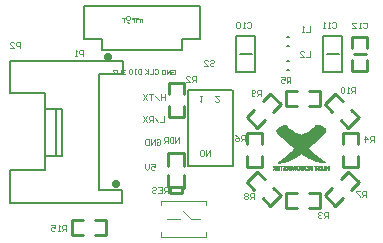
<source format=gbo>
G04*
G04 #@! TF.GenerationSoftware,Altium Limited,Altium Designer,20.0.2 (26)*
G04*
G04 Layer_Color=32896*
%FSLAX25Y25*%
%MOIN*%
G70*
G01*
G75*
%ADD10C,0.00787*%
%ADD13C,0.01000*%
%ADD16C,0.00394*%
%ADD58C,0.02756*%
%ADD59C,0.00500*%
%ADD60C,0.00050*%
D10*
X96287Y67476D02*
X97075D01*
X96287Y64524D02*
X97075D01*
X96287Y56524D02*
X97075D01*
X96287Y59476D02*
X97075D01*
X108382Y67905D02*
X114681D01*
X108382Y56094D02*
Y67905D01*
Y56094D02*
X114681D01*
Y67905D01*
X109563Y62000D02*
X113500D01*
X79382Y67905D02*
X85681D01*
X79382Y56094D02*
Y67905D01*
Y56094D02*
X85681D01*
Y67905D01*
X80563Y62000D02*
X84500D01*
D13*
X61932Y41100D02*
Y44700D01*
X56932Y41100D02*
X61932D01*
X56932D02*
Y44700D01*
Y48700D02*
Y52300D01*
X61932Y48700D02*
Y52300D01*
X56932D02*
X61932D01*
X61132Y16800D02*
X61932Y17600D01*
X61132Y15700D02*
Y16800D01*
X56532Y17600D02*
X57231Y16900D01*
Y15700D02*
Y16900D01*
Y15700D02*
X61132D01*
X56532Y17600D02*
X61932D01*
X56532D02*
Y21800D01*
Y24600D02*
Y29000D01*
X61932D01*
Y24800D02*
Y29000D01*
Y17600D02*
Y21800D01*
X24732Y1500D02*
X28332D01*
X24732D02*
Y6500D01*
X28332D01*
X32331D02*
X35932D01*
X32331Y1500D02*
X35932D01*
Y6500D01*
X82804Y19192D02*
X85350Y16646D01*
X82804Y19192D02*
X86339Y22728D01*
X88885Y20182D01*
X91714Y17354D02*
X94259Y14808D01*
X88178Y13818D02*
X90724Y11272D01*
X94259Y14808D01*
X103575Y15492D02*
X107175D01*
Y10492D02*
Y15492D01*
X103575Y10492D02*
X107175D01*
X95975D02*
X99575D01*
X95975Y15492D02*
X99575D01*
X95975Y10492D02*
Y15492D01*
X112339Y11272D02*
X114885Y13818D01*
X108804Y14808D02*
X112339Y11272D01*
X108804Y14808D02*
X111349Y17354D01*
X114178Y20182D02*
X116724Y22728D01*
X117713Y16646D02*
X120259Y19192D01*
X116724Y22728D02*
X120259Y19192D01*
X117713Y43354D02*
X120259Y40808D01*
X116724Y37272D02*
X120259Y40808D01*
X114178Y39818D02*
X116724Y37272D01*
X108804Y45192D02*
X111349Y42646D01*
X112339Y48728D02*
X114885Y46182D01*
X108804Y45192D02*
X112339Y48728D01*
X115032Y32000D02*
Y35600D01*
X120031D01*
Y32000D02*
Y35600D01*
Y24400D02*
Y28000D01*
X115032Y24400D02*
Y28000D01*
Y24400D02*
X120031D01*
X88178Y46182D02*
X90724Y48728D01*
X94259Y45192D01*
X91714Y42646D02*
X94259Y45192D01*
X86339Y37272D02*
X88885Y39818D01*
X82804Y40808D02*
X85350Y43354D01*
X82804Y40808D02*
X86339Y37272D01*
X88032Y24400D02*
Y28000D01*
X83031Y24400D02*
X88032D01*
X83031D02*
Y28000D01*
Y32000D02*
Y35600D01*
X88032Y32000D02*
Y35600D01*
X83031D02*
X88032D01*
X95975Y44744D02*
X99575D01*
X95975D02*
Y49744D01*
X99575D01*
X103575D02*
X107175D01*
X103575Y44744D02*
X107175D01*
Y49744D01*
X118532Y62000D02*
X122531D01*
X123031Y64000D02*
Y67600D01*
X118032D02*
X123031D01*
X118032Y64000D02*
Y67600D01*
Y56400D02*
Y60000D01*
Y56400D02*
X123031D01*
Y60000D01*
D16*
X69131Y1100D02*
Y2600D01*
X54132Y1100D02*
Y2600D01*
Y1100D02*
X69131D01*
X54132Y11600D02*
Y13100D01*
X69131D01*
Y11600D02*
Y13100D01*
X64131Y7100D02*
X67132D01*
X61632Y9600D02*
X64131Y7100D01*
X56132D02*
X60632D01*
X41399Y73947D02*
X42055D01*
Y72635D01*
X42711Y73947D02*
X42055D01*
X43039Y74603D02*
X43695D01*
X44023Y74275D01*
Y73619D01*
X43695Y73291D01*
X43039D01*
X42711Y73619D01*
Y74275D01*
X43039Y74603D01*
Y72635D02*
X43695Y72307D01*
X44679Y73947D02*
X46647D01*
X45335Y72635D02*
Y73619D01*
X44679D01*
X45991Y72635D02*
Y73619D01*
X46647D01*
X47959D01*
Y72635D01*
X47303Y73619D02*
Y72635D01*
X55406Y41162D02*
Y39194D01*
X54094D01*
X53438D02*
X52126Y40506D01*
X51471Y39194D02*
Y41162D01*
X50487D01*
X50159Y40834D01*
Y40178D01*
X50487Y39850D01*
X51471D01*
X50815D02*
X50159Y39194D01*
X49503Y41162D02*
X48191Y39194D01*
Y41162D02*
X49503Y39194D01*
X42406Y56506D02*
X42144Y56768D01*
X41619D01*
X41357Y56506D01*
Y56243D01*
X41619Y55981D01*
X41881D01*
X41619D01*
X41357Y55718D01*
Y55456D01*
X41619Y55194D01*
X42144D01*
X42406Y55456D01*
X40832Y56768D02*
Y55718D01*
X40307Y55194D01*
X39783Y55718D01*
Y56768D01*
X39258Y56506D02*
X38995Y56768D01*
X38471D01*
X38208Y56506D01*
Y56243D01*
X38471Y55981D01*
X38733D01*
X38471D01*
X38208Y55718D01*
Y55456D01*
X38471Y55194D01*
X38995D01*
X39258Y55456D01*
X52794Y33334D02*
X53122Y33662D01*
X53778D01*
X54106Y33334D01*
Y32022D01*
X53778Y31694D01*
X53122D01*
X52794Y32022D01*
Y32678D01*
X53450D01*
X52138Y31694D02*
Y33662D01*
X50827Y31694D01*
Y33662D01*
X50171D02*
Y31694D01*
X49187D01*
X48859Y32022D01*
Y33334D01*
X49187Y33662D01*
X50171D01*
X50994Y25162D02*
X52306D01*
Y24178D01*
X51650Y24506D01*
X51322D01*
X50994Y24178D01*
Y23522D01*
X51322Y23194D01*
X51978D01*
X52306Y23522D01*
X50338Y25162D02*
Y23850D01*
X49683Y23194D01*
X49027Y23850D01*
Y25162D01*
X57757Y56506D02*
X58019Y56768D01*
X58544D01*
X58806Y56506D01*
Y55456D01*
X58544Y55194D01*
X58019D01*
X57757Y55456D01*
Y55981D01*
X58281D01*
X57232Y55194D02*
Y56768D01*
X56182Y55194D01*
Y56768D01*
X55658D02*
Y55194D01*
X54871D01*
X54608Y55456D01*
Y56506D01*
X54871Y56768D01*
X55658D01*
X47606Y56868D02*
Y55294D01*
X46819D01*
X46557Y55556D01*
Y56606D01*
X46819Y56868D01*
X47606D01*
X46032D02*
X45507D01*
X45770D01*
Y55294D01*
X46032D01*
X45507D01*
X43933Y56868D02*
X44458D01*
X44720Y56606D01*
Y55556D01*
X44458Y55294D01*
X43933D01*
X43671Y55556D01*
Y56606D01*
X43933Y56868D01*
X52157Y56606D02*
X52419Y56868D01*
X52944D01*
X53206Y56606D01*
Y55556D01*
X52944Y55294D01*
X52419D01*
X52157Y55556D01*
X51632Y56868D02*
Y55294D01*
X50582D01*
X50058Y56868D02*
Y55294D01*
Y55818D01*
X49008Y56868D01*
X49795Y56081D01*
X49008Y55294D01*
X55606Y48662D02*
Y46694D01*
Y47678D01*
X54294D01*
Y48662D01*
Y46694D01*
X53638D02*
X52327Y48006D01*
X51671Y48662D02*
X50359D01*
X51015D01*
Y46694D01*
X49703Y48662D02*
X48391Y46694D01*
Y48662D02*
X49703Y46694D01*
X68215Y27932D02*
X67559D01*
X67232Y28260D01*
Y29572D01*
X67559Y29900D01*
X68215D01*
X68543Y29572D01*
Y28260D01*
X68215Y27932D01*
X69199Y29900D02*
Y27932D01*
X70511Y29900D01*
Y27932D01*
X73543Y47900D02*
X72232D01*
X73543Y46588D01*
Y46260D01*
X73215Y45932D01*
X72559D01*
X72232Y46260D01*
X67232Y47900D02*
X67888D01*
X67559D01*
Y45932D01*
X67232Y46260D01*
X111320Y72340D02*
X111648Y72668D01*
X112303D01*
X112631Y72340D01*
Y71028D01*
X112303Y70700D01*
X111648D01*
X111320Y71028D01*
X110664Y70700D02*
X110008D01*
X110336D01*
Y72668D01*
X110664Y72340D01*
X109024Y70700D02*
X108368D01*
X108696D01*
Y72668D01*
X109024Y72340D01*
X83020D02*
X83348Y72668D01*
X84004D01*
X84332Y72340D01*
Y71028D01*
X84004Y70700D01*
X83348D01*
X83020Y71028D01*
X82364Y70700D02*
X81708D01*
X82036D01*
Y72668D01*
X82364Y72340D01*
X80724D02*
X80396Y72668D01*
X79740D01*
X79412Y72340D01*
Y71028D01*
X79740Y70700D01*
X80396D01*
X80724Y71028D01*
Y72340D01*
X22660Y2916D02*
Y4884D01*
X21676D01*
X21348Y4556D01*
Y3900D01*
X21676Y3572D01*
X22660D01*
X22004D02*
X21348Y2916D01*
X20692D02*
X20036D01*
X20364D01*
Y4884D01*
X20692Y4556D01*
X17740Y4884D02*
X19052D01*
Y3900D01*
X18396Y4228D01*
X18068D01*
X17740Y3900D01*
Y3244D01*
X18068Y2916D01*
X18724D01*
X19052Y3244D01*
X7332Y64000D02*
Y65968D01*
X6348D01*
X6020Y65640D01*
Y64984D01*
X6348Y64656D01*
X7332D01*
X4052Y64000D02*
X5364D01*
X4052Y65312D01*
Y65640D01*
X4380Y65968D01*
X5036D01*
X5364Y65640D01*
X70628Y59556D02*
X70956Y59884D01*
X71612D01*
X71940Y59556D01*
Y59228D01*
X71612Y58900D01*
X70956D01*
X70628Y58572D01*
Y58244D01*
X70956Y57916D01*
X71612D01*
X71940Y58244D01*
X68660Y57916D02*
X69972D01*
X68660Y59228D01*
Y59556D01*
X68988Y59884D01*
X69644D01*
X69972Y59556D01*
X56631Y15700D02*
Y17668D01*
X55648D01*
X55320Y17340D01*
Y16684D01*
X55648Y16356D01*
X56631D01*
X55976D02*
X55320Y15700D01*
X53352Y17668D02*
X54664D01*
Y15700D01*
X53352D01*
X54664Y16684D02*
X54008D01*
X51384Y17340D02*
X51712Y17668D01*
X52368D01*
X52696Y17340D01*
Y17012D01*
X52368Y16684D01*
X51712D01*
X51384Y16356D01*
Y16028D01*
X51712Y15700D01*
X52368D01*
X52696Y16028D01*
X119060Y49116D02*
Y51084D01*
X118076D01*
X117748Y50756D01*
Y50100D01*
X118076Y49772D01*
X119060D01*
X118404D02*
X117748Y49116D01*
X117092D02*
X116436D01*
X116764D01*
Y51084D01*
X117092Y50756D01*
X115452D02*
X115124Y51084D01*
X114468D01*
X114140Y50756D01*
Y49444D01*
X114468Y49116D01*
X115124D01*
X115452Y49444D01*
Y50756D01*
X87740Y48016D02*
Y49984D01*
X86756D01*
X86428Y49656D01*
Y49000D01*
X86756Y48672D01*
X87740D01*
X87084D02*
X86428Y48016D01*
X85772Y48344D02*
X85444Y48016D01*
X84788D01*
X84460Y48344D01*
Y49656D01*
X84788Y49984D01*
X85444D01*
X85772Y49656D01*
Y49328D01*
X85444Y49000D01*
X84460D01*
X85240Y13516D02*
Y15484D01*
X84256D01*
X83928Y15156D01*
Y14500D01*
X84256Y14172D01*
X85240D01*
X84584D02*
X83928Y13516D01*
X83272Y15156D02*
X82944Y15484D01*
X82288D01*
X81960Y15156D01*
Y14828D01*
X82288Y14500D01*
X81960Y14172D01*
Y13844D01*
X82288Y13516D01*
X82944D01*
X83272Y13844D01*
Y14172D01*
X82944Y14500D01*
X83272Y14828D01*
Y15156D01*
X82944Y14500D02*
X82288D01*
X122640Y14316D02*
Y16284D01*
X121656D01*
X121328Y15956D01*
Y15300D01*
X121656Y14972D01*
X122640D01*
X121984D02*
X121328Y14316D01*
X120672Y16284D02*
X119360D01*
Y15956D01*
X120672Y14644D01*
Y14316D01*
X82140Y33116D02*
Y35084D01*
X81156D01*
X80828Y34756D01*
Y34100D01*
X81156Y33772D01*
X82140D01*
X81484D02*
X80828Y33116D01*
X78860Y35084D02*
X79516Y34756D01*
X80172Y34100D01*
Y33444D01*
X79844Y33116D01*
X79188D01*
X78860Y33444D01*
Y33772D01*
X79188Y34100D01*
X80172D01*
X97440Y52416D02*
Y54384D01*
X96456D01*
X96128Y54056D01*
Y53400D01*
X96456Y53072D01*
X97440D01*
X96784D02*
X96128Y52416D01*
X94160Y54384D02*
X95472D01*
Y53400D01*
X94816Y53728D01*
X94488D01*
X94160Y53400D01*
Y52744D01*
X94488Y52416D01*
X95144D01*
X95472Y52744D01*
X125240Y32716D02*
Y34684D01*
X124256D01*
X123928Y34356D01*
Y33700D01*
X124256Y33372D01*
X125240D01*
X124584D02*
X123928Y32716D01*
X122288D02*
Y34684D01*
X123272Y33700D01*
X121960D01*
X110040Y7316D02*
Y9284D01*
X109056D01*
X108728Y8956D01*
Y8300D01*
X109056Y7972D01*
X110040D01*
X109384D02*
X108728Y7316D01*
X108072Y8956D02*
X107744Y9284D01*
X107088D01*
X106760Y8956D01*
Y8628D01*
X107088Y8300D01*
X107416D01*
X107088D01*
X106760Y7972D01*
Y7644D01*
X107088Y7316D01*
X107744D01*
X108072Y7644D01*
X66040Y52616D02*
Y54584D01*
X65056D01*
X64728Y54256D01*
Y53600D01*
X65056Y53272D01*
X66040D01*
X65384D02*
X64728Y52616D01*
X62760D02*
X64072D01*
X62760Y53928D01*
Y54256D01*
X63088Y54584D01*
X63744D01*
X64072Y54256D01*
X28412Y61316D02*
Y63284D01*
X27428D01*
X27100Y62956D01*
Y62300D01*
X27428Y61972D01*
X28412D01*
X26444Y61316D02*
X25788D01*
X26116D01*
Y63284D01*
X26444Y62956D01*
X60424Y32316D02*
Y34284D01*
X59112Y32316D01*
Y34284D01*
X57472D02*
X58128D01*
X58456Y33956D01*
Y32644D01*
X58128Y32316D01*
X57472D01*
X57144Y32644D01*
Y33956D01*
X57472Y34284D01*
X56488Y32316D02*
Y34284D01*
X55504D01*
X55176Y33956D01*
Y33300D01*
X55504Y32972D01*
X56488D01*
X55832D02*
X55176Y32316D01*
X103940Y62884D02*
Y60916D01*
X102628D01*
X100660D02*
X101972D01*
X100660Y62228D01*
Y62556D01*
X100988Y62884D01*
X101644D01*
X101972Y62556D01*
X103912Y71384D02*
Y69416D01*
X102600D01*
X101944D02*
X101288D01*
X101616D01*
Y71384D01*
X101944Y71056D01*
X121520Y72140D02*
X121848Y72468D01*
X122503D01*
X122831Y72140D01*
Y70828D01*
X122503Y70500D01*
X121848D01*
X121520Y70828D01*
X120864Y70500D02*
X120208D01*
X120536D01*
Y72468D01*
X120864Y72140D01*
X117912Y70500D02*
X119224D01*
X117912Y71812D01*
Y72140D01*
X118240Y72468D01*
X118896D01*
X119224Y72140D01*
D58*
X36675Y60922D02*
D03*
X39160Y18676D02*
D03*
D59*
X48092Y63186D02*
X61439D01*
Y66828D01*
X67443D01*
Y77851D01*
X48092D02*
X67443D01*
X28742D02*
X48092D01*
X28742Y66828D02*
Y77851D01*
Y66828D02*
X34746D01*
Y63186D02*
Y66828D01*
Y63186D02*
X48092D01*
X78232Y24800D02*
Y49900D01*
X63231Y24800D02*
X78232D01*
X63231Y24900D02*
Y49900D01*
X78074D01*
X19422Y27953D02*
Y43253D01*
X21322Y27953D02*
Y43553D01*
X19422Y27953D02*
X21322D01*
X15522D02*
X19322D01*
X15522Y33753D02*
Y48833D01*
Y23243D02*
Y33753D01*
X3922Y48833D02*
Y59660D01*
X4022Y12416D02*
Y23243D01*
X3922Y48833D02*
X15522D01*
X4022Y23243D02*
X15522D01*
X3922Y59660D02*
X41624D01*
Y55329D02*
Y59660D01*
X33522Y55329D02*
X41624D01*
X33522Y16747D02*
X41424D01*
Y12416D02*
Y16747D01*
X33522D02*
Y55329D01*
X4022Y12416D02*
X41424D01*
X15922Y43553D02*
X21322D01*
D60*
X106000Y38400D02*
X106300D01*
X105800Y38350D02*
X106600D01*
X105700Y38300D02*
X106800D01*
X105700Y38250D02*
X106950D01*
X95300D02*
X95950D01*
X105650Y38200D02*
X107050D01*
X95100D02*
X96050D01*
X105650Y38150D02*
X107200D01*
X94950D02*
X96100D01*
X105600Y38100D02*
X107300D01*
X94800D02*
X96100D01*
X105600Y38050D02*
X107400D01*
X94700D02*
X96150D01*
X105550Y38000D02*
X107500D01*
X94550D02*
X96150D01*
X105550Y37950D02*
X107600D01*
X94450D02*
X96200D01*
X105500Y37900D02*
X107700D01*
X94350D02*
X96200D01*
X105500Y37850D02*
X107800D01*
X94250D02*
X96250D01*
X105450Y37800D02*
X107900D01*
X94150D02*
X96250D01*
X105450Y37750D02*
X107950D01*
X94100D02*
X96300D01*
X105400Y37700D02*
X108050D01*
X94000D02*
X96300D01*
X105400Y37650D02*
X108150D01*
X93900D02*
X96350D01*
X105350Y37600D02*
X108200D01*
X93800D02*
X96350D01*
X105350Y37550D02*
X108300D01*
X93750D02*
X96400D01*
X105300Y37500D02*
X108350D01*
X93650D02*
X96400D01*
X105300Y37450D02*
X108450D01*
X93600D02*
X96450D01*
X105250Y37400D02*
X108550D01*
X93500D02*
X96450D01*
X105250Y37350D02*
X108600D01*
X93450D02*
X96500D01*
X105200Y37300D02*
X108650D01*
X93350D02*
X96550D01*
X105200Y37250D02*
X108750D01*
X93300D02*
X96550D01*
X105150Y37200D02*
X108850D01*
X93200D02*
X96600D01*
X105100Y37150D02*
X108900D01*
X104600D02*
X104650D01*
X93150D02*
X96600D01*
X105100Y37100D02*
X108950D01*
X104550D02*
X104650D01*
X97100D02*
X97150D01*
X93100D02*
X96650D01*
X105050Y37050D02*
X108950D01*
X104500D02*
X104650D01*
X97150D02*
X97200D01*
X93000D02*
X96650D01*
X105050Y37000D02*
X109000D01*
X104450D02*
X104600D01*
X97150D02*
X97250D01*
X92950D02*
X96700D01*
X105000Y36950D02*
X109000D01*
X104400D02*
X104600D01*
X97200D02*
X97300D01*
X92900D02*
X96750D01*
X105000Y36900D02*
X109050D01*
X104350D02*
X104550D01*
X97200D02*
X97350D01*
X92850D02*
X96750D01*
X104950Y36850D02*
X109050D01*
X104300D02*
X104550D01*
X97200D02*
X97400D01*
X92800D02*
X96800D01*
X104900Y36800D02*
X109050D01*
X104250D02*
X104550D01*
X97250D02*
X97450D01*
X92800D02*
X96850D01*
X104900Y36750D02*
X109050D01*
X104200D02*
X104500D01*
X97250D02*
X97500D01*
X92800D02*
X96850D01*
X104850Y36700D02*
X109050D01*
X104150D02*
X104500D01*
X97300D02*
X97550D01*
X92750D02*
X96900D01*
X104800Y36650D02*
X109050D01*
X104100D02*
X104500D01*
X97300D02*
X97600D01*
X92750D02*
X96950D01*
X104800Y36600D02*
X109050D01*
X104050D02*
X104450D01*
X97300D02*
X97650D01*
X92750D02*
X96950D01*
X104750Y36550D02*
X109050D01*
X104000D02*
X104450D01*
X97350D02*
X97700D01*
X92750D02*
X97000D01*
X104700Y36500D02*
X109000D01*
X103950D02*
X104400D01*
X97350D02*
X97800D01*
X92750D02*
X97050D01*
X104700Y36450D02*
X109000D01*
X103900D02*
X104400D01*
X97400D02*
X97850D01*
X92750D02*
X97050D01*
X104650Y36400D02*
X109000D01*
X103850D02*
X104400D01*
X97400D02*
X97900D01*
X92750D02*
X97100D01*
X104600Y36350D02*
X108950D01*
X103800D02*
X104350D01*
X97400D02*
X97950D01*
X92800D02*
X97150D01*
X104600Y36300D02*
X108950D01*
X103700D02*
X104350D01*
X97450D02*
X98000D01*
X92800D02*
X97150D01*
X104550Y36250D02*
X108900D01*
X103650D02*
X104300D01*
X97450D02*
X98100D01*
X92800D02*
X97200D01*
X104500Y36200D02*
X108900D01*
X103600D02*
X104300D01*
X97500D02*
X98150D01*
X92850D02*
X97250D01*
X104500Y36150D02*
X108850D01*
X103550D02*
X104300D01*
X97500D02*
X98200D01*
X92850D02*
X97250D01*
X104450Y36100D02*
X108850D01*
X103450D02*
X104250D01*
X97500D02*
X98300D01*
X92900D02*
X97300D01*
X104400Y36050D02*
X108800D01*
X103400D02*
X104250D01*
X97550D02*
X98350D01*
X92900D02*
X97350D01*
X104350Y36000D02*
X108800D01*
X103350D02*
X104250D01*
X97550D02*
X98400D01*
X92950D02*
X97400D01*
X104350Y35950D02*
X108750D01*
X103350D02*
X104200D01*
X97600D02*
X98450D01*
X92950D02*
X97450D01*
X104300Y35900D02*
X108700D01*
X103300D02*
X104200D01*
X97600D02*
X98450D01*
X93000D02*
X97450D01*
X104250Y35850D02*
X108650D01*
X103300D02*
X104150D01*
X103050D02*
X103100D01*
X97600D02*
X98500D01*
X93050D02*
X97500D01*
X104200Y35800D02*
X108650D01*
X103250D02*
X104150D01*
X102950D02*
X103050D01*
X98750D02*
X98800D01*
X97650D02*
X98550D01*
X93050D02*
X97550D01*
X104200Y35750D02*
X108600D01*
X103250D02*
X104150D01*
X102850D02*
X103000D01*
X98750D02*
X98850D01*
X97650D02*
X98550D01*
X93100D02*
X97600D01*
X104150Y35700D02*
X108550D01*
X103200D02*
X104100D01*
X102750D02*
X102950D01*
X98800D02*
X98950D01*
X97700D02*
X98600D01*
X93150D02*
X97600D01*
X103150Y35650D02*
X108500D01*
X102650D02*
X102950D01*
X98850D02*
X99100D01*
X97700D02*
X98600D01*
X93200D02*
X97650D01*
X103150Y35600D02*
X108450D01*
X102450D02*
X102900D01*
X98900D02*
X99250D01*
X93200D02*
X98650D01*
X103100Y35550D02*
X108400D01*
X102250D02*
X102850D01*
X98950D02*
X99400D01*
X93250D02*
X98700D01*
X103100Y35500D02*
X108350D01*
X101950D02*
X102800D01*
X99000D02*
X99700D01*
X93300D02*
X98700D01*
X103050Y35450D02*
X108300D01*
X101650D02*
X102750D01*
X101300D02*
X101450D01*
X100450D02*
X100500D01*
X99050D02*
X100000D01*
X93350D02*
X98750D01*
X103000Y35400D02*
X108250D01*
X101300D02*
X102700D01*
X99100D02*
X100550D01*
X93400D02*
X98800D01*
X103000Y35350D02*
X108200D01*
X101250D02*
X102700D01*
X99100D02*
X100550D01*
X93450D02*
X98800D01*
X102950Y35300D02*
X108150D01*
X101250D02*
X102650D01*
X99150D02*
X100600D01*
X93500D02*
X98850D01*
X102900Y35250D02*
X108100D01*
X101250D02*
X102600D01*
X99200D02*
X100600D01*
X93550D02*
X98900D01*
X102900Y35200D02*
X108050D01*
X101200D02*
X102550D01*
X99250D02*
X100600D01*
X93600D02*
X98950D01*
X102850Y35150D02*
X108000D01*
X101200D02*
X102500D01*
X99300D02*
X100650D01*
X93650D02*
X98950D01*
X102800Y35100D02*
X107950D01*
X101150D02*
X102450D01*
X99350D02*
X100650D01*
X93700D02*
X99000D01*
X102750Y35050D02*
X107900D01*
X101150D02*
X102400D01*
X99400D02*
X100700D01*
X93750D02*
X99050D01*
X102750Y35000D02*
X107850D01*
X101150D02*
X102350D01*
X99450D02*
X100700D01*
X93800D02*
X99100D01*
X102700Y34950D02*
X107800D01*
X101100D02*
X102300D01*
X99500D02*
X100700D01*
X93850D02*
X99100D01*
X102650Y34900D02*
X107750D01*
X101100D02*
X102300D01*
X99550D02*
X100750D01*
X93900D02*
X99150D01*
X102650Y34850D02*
X107700D01*
X101100D02*
X102250D01*
X99600D02*
X100750D01*
X93950D02*
X99200D01*
X102600Y34800D02*
X107650D01*
X101050D02*
X102200D01*
X99650D02*
X100800D01*
X94000D02*
X99250D01*
X102550Y34750D02*
X107600D01*
X101050D02*
X102150D01*
X99700D02*
X100800D01*
X94100D02*
X99250D01*
X102500Y34700D02*
X107550D01*
X101050D02*
X102100D01*
X99750D02*
X100800D01*
X94150D02*
X99300D01*
X102500Y34650D02*
X107500D01*
X101000D02*
X102050D01*
X99800D02*
X100850D01*
X94200D02*
X99350D01*
X102450Y34600D02*
X107450D01*
X101000D02*
X102000D01*
X99850D02*
X100850D01*
X94250D02*
X99400D01*
X102400Y34550D02*
X107400D01*
X100950D02*
X101950D01*
X99900D02*
X100900D01*
X94300D02*
X99400D01*
X102350Y34500D02*
X107350D01*
X100950D02*
X101900D01*
X99950D02*
X100900D01*
X94350D02*
X99450D01*
X102350Y34450D02*
X107300D01*
X100000D02*
X101850D01*
X94400D02*
X99500D01*
X102300Y34400D02*
X107250D01*
X100050D02*
X101800D01*
X94450D02*
X99550D01*
X102250Y34350D02*
X107200D01*
X100100D02*
X101750D01*
X94500D02*
X99600D01*
X102200Y34300D02*
X107150D01*
X100150D02*
X101700D01*
X94550D02*
X99600D01*
X102150Y34250D02*
X107100D01*
X100200D02*
X101650D01*
X94600D02*
X99650D01*
X102150Y34200D02*
X107050D01*
X100250D02*
X101600D01*
X94700D02*
X99700D01*
X102100Y34150D02*
X107000D01*
X100300D02*
X101550D01*
X94750D02*
X99750D01*
X102050Y34100D02*
X106900D01*
X100350D02*
X101500D01*
X94800D02*
X99800D01*
X102000Y34050D02*
X106850D01*
X100400D02*
X101450D01*
X94850D02*
X99850D01*
X101950Y34000D02*
X106800D01*
X100450D02*
X101400D01*
X94900D02*
X99850D01*
X101950Y33950D02*
X106750D01*
X100500D02*
X101350D01*
X94950D02*
X99900D01*
X101900Y33900D02*
X106700D01*
X100550D02*
X101300D01*
X95000D02*
X99950D01*
X101850Y33850D02*
X106650D01*
X100600D02*
X101250D01*
X95050D02*
X100000D01*
X101800Y33800D02*
X106600D01*
X100600D02*
X101250D01*
X95150D02*
X100050D01*
X101750Y33750D02*
X106550D01*
X100600D02*
X101250D01*
X95200D02*
X100100D01*
X101750Y33700D02*
X106500D01*
X100600D02*
X101300D01*
X95250D02*
X100150D01*
X101700Y33650D02*
X106450D01*
X100550D02*
X101300D01*
X95300D02*
X100150D01*
X101650Y33600D02*
X106400D01*
X100550D02*
X101350D01*
X95350D02*
X100200D01*
X101600Y33550D02*
X106350D01*
X100500D02*
X101350D01*
X95400D02*
X100250D01*
X101550Y33500D02*
X106300D01*
X101000D02*
X101400D01*
X100500D02*
X100900D01*
X95450D02*
X100300D01*
X101500Y33450D02*
X106250D01*
X101050D02*
X101400D01*
X100450D02*
X100850D01*
X95500D02*
X100350D01*
X101500Y33400D02*
X106150D01*
X101100D02*
X101450D01*
X100450D02*
X100800D01*
X95550D02*
X100400D01*
X101150Y33350D02*
X106100D01*
X95650D02*
X100750D01*
X101200Y33300D02*
X106050D01*
X95700D02*
X100700D01*
X101250Y33250D02*
X106000D01*
X95750D02*
X100650D01*
X101300Y33200D02*
X105950D01*
X95800D02*
X100600D01*
X101250Y33150D02*
X105900D01*
X95850D02*
X100600D01*
X101200Y33100D02*
X105850D01*
X95900D02*
X100650D01*
X101200Y33050D02*
X105800D01*
X95950D02*
X100700D01*
X101150Y33000D02*
X105750D01*
X96000D02*
X100750D01*
X101100Y32950D02*
X105700D01*
X96100D02*
X100800D01*
X101050Y32900D02*
X105650D01*
X96150D02*
X100850D01*
X101000Y32850D02*
X105600D01*
X96200D02*
X100900D01*
X96250Y32800D02*
X105550D01*
X96300Y32750D02*
X105450D01*
X96350Y32700D02*
X105400D01*
X96400Y32650D02*
X105350D01*
X96500Y32600D02*
X105300D01*
X96550Y32550D02*
X105250D01*
X96600Y32500D02*
X105200D01*
X96650Y32450D02*
X105150D01*
X96700Y32400D02*
X105100D01*
X96750Y32350D02*
X105050D01*
X96800Y32300D02*
X105000D01*
X96850Y32250D02*
X104950D01*
X96950Y32200D02*
X104900D01*
X97000Y32150D02*
X104850D01*
X97050Y32100D02*
X104750D01*
X97100Y32050D02*
X104700D01*
X97150Y32000D02*
X104650D01*
X97200Y31950D02*
X104600D01*
X97250Y31900D02*
X104550D01*
X97300Y31850D02*
X104500D01*
X97400Y31800D02*
X104450D01*
X97450Y31750D02*
X104400D01*
X97500Y31700D02*
X104350D01*
X97550Y31650D02*
X104300D01*
X97600Y31600D02*
X104250D01*
X97650Y31550D02*
X104150D01*
X97700Y31500D02*
X104100D01*
X97800Y31450D02*
X104050D01*
X97850Y31400D02*
X104000D01*
X97900Y31350D02*
X103950D01*
X97950Y31300D02*
X103900D01*
X98000Y31250D02*
X103850D01*
X98050Y31200D02*
X103800D01*
X98150Y31150D02*
X103700D01*
X98200Y31100D02*
X103650D01*
X98250Y31050D02*
X103600D01*
X98300Y31000D02*
X103550D01*
X98350Y30950D02*
X103500D01*
X98450Y30900D02*
X103450D01*
X98500Y30850D02*
X103400D01*
X98550Y30800D02*
X103300D01*
X98600Y30750D02*
X103250D01*
X98650Y30700D02*
X103200D01*
X98750Y30650D02*
X103150D01*
X98800Y30600D02*
X103100D01*
X98850Y30550D02*
X103150D01*
X98800Y30500D02*
X103200D01*
X98750Y30450D02*
X103250D01*
X98700Y30400D02*
X103300D01*
X98650Y30350D02*
X103350D01*
X98600Y30300D02*
X103400D01*
X98550Y30250D02*
X103450D01*
X98500Y30200D02*
X103500D01*
X98450Y30150D02*
X103550D01*
X98400Y30100D02*
X103600D01*
X98350Y30050D02*
X103650D01*
X98300Y30000D02*
X103700D01*
X98250Y29950D02*
X103750D01*
X98200Y29900D02*
X103800D01*
X98150Y29850D02*
X103900D01*
X98100Y29800D02*
X103950D01*
X98050Y29750D02*
X104000D01*
X98000Y29700D02*
X104050D01*
X97950Y29650D02*
X104100D01*
X97900Y29600D02*
X104150D01*
X97850Y29550D02*
X104200D01*
X97800Y29500D02*
X104250D01*
X97700Y29450D02*
X104300D01*
X97650Y29400D02*
X104400D01*
X97600Y29350D02*
X104450D01*
X97550Y29300D02*
X104500D01*
X97500Y29250D02*
X104550D01*
X97450Y29200D02*
X104600D01*
X97400Y29150D02*
X104650D01*
X97350Y29100D02*
X104700D01*
X97300Y29050D02*
X104750D01*
X97250Y29000D02*
X104850D01*
X97200Y28950D02*
X104900D01*
X101050Y28900D02*
X104950D01*
X97100D02*
X100900D01*
X101150Y28850D02*
X105000D01*
X97050D02*
X100850D01*
X101200Y28800D02*
X105050D01*
X97000D02*
X100750D01*
X101300Y28750D02*
X105100D01*
X96950D02*
X100700D01*
X101350Y28700D02*
X105200D01*
X96900D02*
X100650D01*
X101450Y28650D02*
X105250D01*
X96850D02*
X100550D01*
X101500Y28600D02*
X105300D01*
X96800D02*
X100500D01*
X101600Y28550D02*
X105350D01*
X96750D02*
X100400D01*
X101650Y28500D02*
X105400D01*
X96700D02*
X100350D01*
X101750Y28450D02*
X105500D01*
X96600D02*
X100250D01*
X101800Y28400D02*
X105550D01*
X96550D02*
X100200D01*
X101900Y28350D02*
X105600D01*
X96500D02*
X100100D01*
X102000Y28300D02*
X105650D01*
X96450D02*
X100050D01*
X102050Y28250D02*
X105700D01*
X96400D02*
X99950D01*
X102150Y28200D02*
X105800D01*
X96350D02*
X99900D01*
X102200Y28150D02*
X105850D01*
X96250D02*
X99800D01*
X102300Y28100D02*
X105900D01*
X96200D02*
X99750D01*
X102400Y28050D02*
X105950D01*
X96150D02*
X99650D01*
X102450Y28000D02*
X106050D01*
X96100D02*
X99600D01*
X102550Y27950D02*
X106100D01*
X96050D02*
X99500D01*
X102650Y27900D02*
X106150D01*
X95950D02*
X99400D01*
X102700Y27850D02*
X106250D01*
X95900D02*
X99350D01*
X102800Y27800D02*
X106300D01*
X95850D02*
X99250D01*
X102900Y27750D02*
X106350D01*
X95800D02*
X99150D01*
X103000Y27700D02*
X106400D01*
X95750D02*
X99100D01*
X103100Y27650D02*
X106500D01*
X95650D02*
X99000D01*
X103150Y27600D02*
X106550D01*
X95600D02*
X98900D01*
X103250Y27550D02*
X106600D01*
X95550D02*
X98850D01*
X103350Y27500D02*
X106700D01*
X95500D02*
X98750D01*
X103450Y27450D02*
X106750D01*
X95400D02*
X98650D01*
X103550Y27400D02*
X106800D01*
X95350D02*
X98550D01*
X103650Y27350D02*
X106900D01*
X95300D02*
X98500D01*
X103750Y27300D02*
X106950D01*
X95250D02*
X98400D01*
X103850Y27250D02*
X107000D01*
X95150D02*
X98300D01*
X103950Y27200D02*
X107100D01*
X95100D02*
X98200D01*
X104050Y27150D02*
X107150D01*
X95050D02*
X98100D01*
X104150Y27100D02*
X107200D01*
X94950D02*
X98000D01*
X104250Y27050D02*
X107300D01*
X94900D02*
X97900D01*
X104350Y27000D02*
X107350D01*
X94850D02*
X97800D01*
X104450Y26950D02*
X107450D01*
X94800D02*
X97700D01*
X104550Y26900D02*
X107500D01*
X94700D02*
X97600D01*
X104700Y26850D02*
X107600D01*
X94650D02*
X97500D01*
X104800Y26800D02*
X107650D01*
X94550D02*
X97400D01*
X104900Y26750D02*
X107700D01*
X94500D02*
X97300D01*
X105050Y26700D02*
X107800D01*
X94450D02*
X97200D01*
X105150Y26650D02*
X107850D01*
X94350D02*
X97050D01*
X105300Y26600D02*
X107950D01*
X94300D02*
X96950D01*
X105450Y26550D02*
X108000D01*
X94250D02*
X96850D01*
X105550Y26500D02*
X108100D01*
X94150D02*
X96700D01*
X105700Y26450D02*
X108150D01*
X94100D02*
X96600D01*
X105850Y26400D02*
X108250D01*
X94000D02*
X96450D01*
X106000Y26350D02*
X108350D01*
X93950D02*
X96350D01*
X106150Y26300D02*
X108400D01*
X93850D02*
X96200D01*
X106350Y26250D02*
X108500D01*
X93800D02*
X96050D01*
X106550Y26200D02*
X108550D01*
X93700D02*
X95900D01*
X106750Y26150D02*
X108650D01*
X93650D02*
X95750D01*
X106950Y26100D02*
X108750D01*
X93550D02*
X95600D01*
X107200Y26050D02*
X108800D01*
X93500D02*
X95400D01*
X107500Y26000D02*
X108900D01*
X93400D02*
X95200D01*
X108000Y25950D02*
X108650D01*
X93350D02*
X95000D01*
X93250Y25900D02*
X94750D01*
X93150Y25850D02*
X94500D01*
X93150Y25800D02*
X94100D01*
X109950Y24800D02*
X110150D01*
X109150D02*
X109200D01*
X109050D02*
X109100D01*
X108500D02*
X108650D01*
X107600D02*
X107750D01*
X106550D02*
X107000D01*
X105400D02*
X106300D01*
X105300D02*
X105350D01*
X104100D02*
X104500D01*
X103950D02*
X104050D01*
X102450D02*
X102900D01*
X101200D02*
X101700D01*
X99700D02*
X100150D01*
X98850D02*
X98950D01*
X98750D02*
X98800D01*
X97500D02*
X97700D01*
X96550D02*
X96700D01*
X95050D02*
X95550D01*
X94550D02*
X94800D01*
X94250D02*
X94500D01*
X93850D02*
X94200D01*
X93300D02*
X93550D01*
X92850D02*
X93250D01*
X92400D02*
X92550D01*
X92250D02*
X92350D01*
X92000D02*
X92200D01*
X109950Y24750D02*
X110150D01*
X109000D02*
X109250D01*
X108500D02*
X108700D01*
X107600D02*
X107800D01*
X106450D02*
X107150D01*
X105250D02*
X106300D01*
X103800D02*
X104500D01*
X102300D02*
X103000D01*
X101050D02*
X101750D01*
X99600D02*
X100250D01*
X98700D02*
X99000D01*
X97500D02*
X97750D01*
X96500D02*
X96750D01*
X95000D02*
X95650D01*
X93800D02*
X94850D01*
X92850D02*
X93600D01*
X91850D02*
X92550D01*
X109950Y24700D02*
X110150D01*
X109000D02*
X109250D01*
X108500D02*
X108700D01*
X107600D02*
X107800D01*
X106450D02*
X107200D01*
X105250D02*
X106300D01*
X103700D02*
X104500D01*
X102250D02*
X103100D01*
X100950D02*
X101750D01*
X99500D02*
X100350D01*
X98650D02*
X99000D01*
X97450D02*
X97800D01*
X96500D02*
X96750D01*
X95000D02*
X95750D01*
X93800D02*
X94850D01*
X92850D02*
X93600D01*
X91750D02*
X92550D01*
X109950Y24650D02*
X110150D01*
X109000D02*
X109250D01*
X108500D02*
X108700D01*
X107600D02*
X107800D01*
X106450D02*
X107250D01*
X105250D02*
X106300D01*
X103650D02*
X104500D01*
X102200D02*
X103150D01*
X100900D02*
X101750D01*
X99450D02*
X100400D01*
X98650D02*
X99000D01*
X97450D02*
X97800D01*
X96450D02*
X96800D01*
X95350D02*
X95800D01*
X95000D02*
X95300D01*
X93800D02*
X94850D01*
X92850D02*
X93600D01*
X91700D02*
X92550D01*
X109950Y24600D02*
X110150D01*
X109000D02*
X109250D01*
X108500D02*
X108700D01*
X107600D02*
X107800D01*
X107000D02*
X107300D01*
X106450D02*
X106550D01*
X105700D02*
X105900D01*
X104300D02*
X104500D01*
X103650D02*
X103950D01*
X102900D02*
X103200D01*
X102150D02*
X102450D01*
X101500D02*
X101750D01*
X100900D02*
X101200D01*
X100150D02*
X100450D01*
X99400D02*
X99700D01*
X98650D02*
X99000D01*
X97450D02*
X97800D01*
X96450D02*
X96800D01*
X95550D02*
X95800D01*
X95000D02*
X95100D01*
X94200D02*
X94400D01*
X93400D02*
X93600D01*
X92350D02*
X92550D01*
X91700D02*
X92000D01*
X109950Y24550D02*
X110150D01*
X109000D02*
X109250D01*
X108500D02*
X108700D01*
X107600D02*
X107800D01*
X107050D02*
X107300D01*
X105700D02*
X105900D01*
X104300D02*
X104500D01*
X103600D02*
X103850D01*
X102950D02*
X103250D01*
X102100D02*
X102400D01*
X101550D02*
X101700D01*
X100900D02*
X101100D01*
X100200D02*
X100500D01*
X99350D02*
X99650D01*
X98600D02*
X99000D01*
X97450D02*
X97850D01*
X96450D02*
X96850D01*
X95600D02*
X95850D01*
X94200D02*
X94400D01*
X93400D02*
X93600D01*
X92350D02*
X92550D01*
X91650D02*
X91900D01*
X109950Y24500D02*
X110150D01*
X109000D02*
X109250D01*
X108500D02*
X108700D01*
X107600D02*
X107800D01*
X107100D02*
X107300D01*
X105700D02*
X105900D01*
X104300D02*
X104500D01*
X103600D02*
X103850D01*
X103000D02*
X103250D01*
X102100D02*
X102350D01*
X101500D02*
X101750D01*
X100850D02*
X101100D01*
X100250D02*
X100500D01*
X99350D02*
X99600D01*
X98600D02*
X99000D01*
X97450D02*
X97850D01*
X96650D02*
X96850D01*
X96400D02*
X96600D01*
X95650D02*
X95850D01*
X94200D02*
X94400D01*
X93400D02*
X93600D01*
X92350D02*
X92550D01*
X91650D02*
X91850D01*
X109950Y24450D02*
X110150D01*
X109000D02*
X109250D01*
X108500D02*
X108700D01*
X107600D02*
X107800D01*
X107100D02*
X107300D01*
X105700D02*
X105900D01*
X104300D02*
X104500D01*
X103600D02*
X103800D01*
X103050D02*
X103300D01*
X102050D02*
X102300D01*
X101500D02*
X101750D01*
X100850D02*
X101100D01*
X100300D02*
X100550D01*
X99300D02*
X99550D01*
X98550D02*
X98950D01*
X97450D02*
X97900D01*
X96650D02*
X96850D01*
X96400D02*
X96600D01*
X95650D02*
X95850D01*
X94200D02*
X94400D01*
X93400D02*
X93600D01*
X92350D02*
X92550D01*
X91650D02*
X91850D01*
X109950Y24400D02*
X110150D01*
X109000D02*
X109250D01*
X108500D02*
X108700D01*
X107600D02*
X107800D01*
X107100D02*
X107300D01*
X105700D02*
X105900D01*
X104300D02*
X104500D01*
X103600D02*
X103800D01*
X103100D02*
X103300D01*
X102050D02*
X102250D01*
X101500D02*
X101750D01*
X100850D02*
X101100D01*
X100350D02*
X100550D01*
X99300D02*
X99500D01*
X98800D02*
X99000D01*
X98550D02*
X98750D01*
X97450D02*
X97900D01*
X96700D02*
X96900D01*
X96350D02*
X96600D01*
X95650D02*
X95850D01*
X94200D02*
X94400D01*
X93400D02*
X93600D01*
X92350D02*
X92550D01*
X91650D02*
X91850D01*
X109950Y24350D02*
X110150D01*
X109000D02*
X109250D01*
X108500D02*
X108700D01*
X107600D02*
X107800D01*
X107100D02*
X107300D01*
X105700D02*
X105900D01*
X104300D02*
X104500D01*
X103600D02*
X103800D01*
X103100D02*
X103350D01*
X102000D02*
X102250D01*
X101500D02*
X101750D01*
X100900D02*
X101100D01*
X100350D02*
X100600D01*
X99300D02*
X99500D01*
X98800D02*
X99000D01*
X98500D02*
X98750D01*
X97750D02*
X97950D01*
X97450D02*
X97700D01*
X96700D02*
X96900D01*
X96350D02*
X96550D01*
X95600D02*
X95850D01*
X94200D02*
X94400D01*
X93400D02*
X93600D01*
X92350D02*
X92550D01*
X91650D02*
X91850D01*
X109950Y24300D02*
X110150D01*
X109000D02*
X109250D01*
X108500D02*
X108700D01*
X107600D02*
X107800D01*
X107050D02*
X107300D01*
X105700D02*
X105900D01*
X104300D02*
X104500D01*
X103600D02*
X103800D01*
X103150D02*
X103350D01*
X102000D02*
X102250D01*
X101500D02*
X101750D01*
X100900D02*
X101100D01*
X100400D02*
X100600D01*
X99250D02*
X99500D01*
X98800D02*
X99000D01*
X98500D02*
X98700D01*
X97750D02*
X97950D01*
X97450D02*
X97700D01*
X96750D02*
X96950D01*
X96350D02*
X96550D01*
X95550D02*
X95800D01*
X94200D02*
X94400D01*
X93400D02*
X93600D01*
X92350D02*
X92550D01*
X91650D02*
X91850D01*
X109950Y24250D02*
X110150D01*
X109000D02*
X109250D01*
X108500D02*
X108700D01*
X107600D02*
X107800D01*
X106950D02*
X107250D01*
X105700D02*
X105900D01*
X104300D02*
X104500D01*
X103650D02*
X103850D01*
X103150D02*
X103350D01*
X102000D02*
X102200D01*
X101500D02*
X101750D01*
X100950D02*
X101150D01*
X100400D02*
X100600D01*
X99250D02*
X99450D01*
X98800D02*
X99000D01*
X98450D02*
X98700D01*
X97800D02*
X98000D01*
X97450D02*
X97700D01*
X96750D02*
X96950D01*
X96300D02*
X96500D01*
X95500D02*
X95800D01*
X94200D02*
X94400D01*
X93400D02*
X93600D01*
X92350D02*
X92550D01*
X91650D02*
X91900D01*
X109950Y24200D02*
X110150D01*
X109000D02*
X109250D01*
X108500D02*
X108700D01*
X107600D02*
X107800D01*
X106850D02*
X107250D01*
X105700D02*
X105900D01*
X104300D02*
X104500D01*
X103650D02*
X103900D01*
X103150D02*
X103350D01*
X102000D02*
X102200D01*
X101500D02*
X101750D01*
X101000D02*
X101250D01*
X100400D02*
X100600D01*
X99250D02*
X99450D01*
X98800D02*
X99000D01*
X98450D02*
X98650D01*
X97800D02*
X98000D01*
X97450D02*
X97700D01*
X96750D02*
X96950D01*
X96300D02*
X96500D01*
X95400D02*
X95750D01*
X94200D02*
X94400D01*
X93400D02*
X93600D01*
X92350D02*
X92550D01*
X91700D02*
X91950D01*
X109000Y24150D02*
X110150D01*
X108500D02*
X108700D01*
X107600D02*
X107800D01*
X106750D02*
X107200D01*
X105700D02*
X105900D01*
X104300D02*
X104500D01*
X103700D02*
X104000D01*
X103150D02*
X103350D01*
X102000D02*
X102200D01*
X101050D02*
X101750D01*
X100400D02*
X100600D01*
X99250D02*
X99450D01*
X98800D02*
X99000D01*
X98450D02*
X98650D01*
X97800D02*
X98000D01*
X97450D02*
X97700D01*
X96800D02*
X97000D01*
X96250D02*
X96500D01*
X95300D02*
X95700D01*
X94200D02*
X94400D01*
X92850D02*
X93600D01*
X92350D02*
X92550D01*
X91750D02*
X92050D01*
X109000Y24100D02*
X110150D01*
X108500D02*
X108700D01*
X107600D02*
X107800D01*
X106700D02*
X107100D01*
X105700D02*
X105900D01*
X103750D02*
X104500D01*
X103150D02*
X103350D01*
X102000D02*
X102200D01*
X101000D02*
X101750D01*
X100400D02*
X100600D01*
X99250D02*
X99450D01*
X98800D02*
X99000D01*
X98400D02*
X98600D01*
X97850D02*
X98050D01*
X97450D02*
X97700D01*
X96800D02*
X97000D01*
X96250D02*
X96450D01*
X95200D02*
X95650D01*
X94200D02*
X94400D01*
X92850D02*
X93600D01*
X91800D02*
X92550D01*
X109000Y24050D02*
X110150D01*
X108500D02*
X108700D01*
X107600D02*
X107800D01*
X106600D02*
X107000D01*
X105700D02*
X105900D01*
X103800D02*
X104500D01*
X103150D02*
X103350D01*
X102000D02*
X102200D01*
X100900D02*
X101750D01*
X100400D02*
X100650D01*
X99250D02*
X99450D01*
X98800D02*
X99000D01*
X98400D02*
X98600D01*
X97850D02*
X98050D01*
X97500D02*
X97700D01*
X96800D02*
X97000D01*
X96250D02*
X96450D01*
X95150D02*
X95550D01*
X94200D02*
X94400D01*
X92850D02*
X93600D01*
X91850D02*
X92550D01*
X109000Y24000D02*
X110150D01*
X108500D02*
X108700D01*
X107600D02*
X107800D01*
X106550D02*
X106950D01*
X105700D02*
X105900D01*
X103900D02*
X104500D01*
X103150D02*
X103350D01*
X102000D02*
X102200D01*
X101500D02*
X101750D01*
X100850D02*
X101200D01*
X100400D02*
X100650D01*
X99250D02*
X99450D01*
X98800D02*
X99000D01*
X98350D02*
X98550D01*
X97900D02*
X98100D01*
X97450D02*
X97700D01*
X96850D02*
X97050D01*
X96200D02*
X96450D01*
X95050D02*
X95450D01*
X94200D02*
X94400D01*
X93000D02*
X93600D01*
X91950D02*
X92550D01*
X109950Y23950D02*
X110150D01*
X109000D02*
X109250D01*
X108500D02*
X108700D01*
X107600D02*
X107800D01*
X106500D02*
X106850D01*
X105700D02*
X105900D01*
X104300D02*
X104500D01*
X103800D02*
X104150D01*
X103150D02*
X103350D01*
X102000D02*
X102200D01*
X101500D02*
X101750D01*
X100850D02*
X101100D01*
X100400D02*
X100600D01*
X99250D02*
X99450D01*
X98800D02*
X99000D01*
X98350D02*
X98550D01*
X97900D02*
X98100D01*
X97450D02*
X97700D01*
X96850D02*
X97050D01*
X96200D02*
X96400D01*
X95050D02*
X95350D01*
X94200D02*
X94400D01*
X93400D02*
X93600D01*
X92350D02*
X92550D01*
X91850D02*
X92200D01*
X109950Y23900D02*
X110150D01*
X109000D02*
X109250D01*
X108500D02*
X108700D01*
X107600D02*
X107800D01*
X106450D02*
X106750D01*
X105700D02*
X105900D01*
X104300D02*
X104500D01*
X103750D02*
X104000D01*
X103150D02*
X103350D01*
X102000D02*
X102200D01*
X101500D02*
X101750D01*
X100800D02*
X101050D01*
X100400D02*
X100600D01*
X99250D02*
X99450D01*
X98800D02*
X99000D01*
X98300D02*
X98550D01*
X97950D02*
X98150D01*
X97450D02*
X97650D01*
X96200D02*
X97100D01*
X95000D02*
X95300D01*
X94200D02*
X94400D01*
X93400D02*
X93600D01*
X92350D02*
X92550D01*
X91800D02*
X92050D01*
X109950Y23850D02*
X110150D01*
X109000D02*
X109250D01*
X108500D02*
X108700D01*
X107600D02*
X107800D01*
X106450D02*
X106700D01*
X105700D02*
X105900D01*
X104300D02*
X104500D01*
X103750D02*
X103950D01*
X103150D02*
X103350D01*
X102000D02*
X102250D01*
X101500D02*
X101750D01*
X100800D02*
X101000D01*
X100400D02*
X100600D01*
X99250D02*
X99500D01*
X98800D02*
X99000D01*
X98300D02*
X98500D01*
X97950D02*
X98150D01*
X97450D02*
X97700D01*
X96150D02*
X97100D01*
X94950D02*
X95250D01*
X94200D02*
X94400D01*
X93400D02*
X93600D01*
X92350D02*
X92550D01*
X91800D02*
X92000D01*
X109950Y23800D02*
X110150D01*
X109000D02*
X109250D01*
X108450D02*
X108700D01*
X107600D02*
X107800D01*
X106400D02*
X106650D01*
X105700D02*
X105900D01*
X104300D02*
X104500D01*
X103700D02*
X103950D01*
X103100D02*
X103350D01*
X102050D02*
X102250D01*
X101500D02*
X101750D01*
X100800D02*
X101000D01*
X100350D02*
X100600D01*
X99300D02*
X99500D01*
X98800D02*
X99000D01*
X98300D02*
X98500D01*
X98000D02*
X98150D01*
X97450D02*
X97700D01*
X96150D02*
X97100D01*
X94950D02*
X95200D01*
X94200D02*
X94400D01*
X93400D02*
X93600D01*
X92350D02*
X92550D01*
X91750D02*
X92000D01*
X109950Y23750D02*
X110150D01*
X109000D02*
X109250D01*
X108450D02*
X108700D01*
X107600D02*
X107800D01*
X106400D02*
X106650D01*
X105700D02*
X105900D01*
X104300D02*
X104500D01*
X103700D02*
X103900D01*
X103100D02*
X103300D01*
X102050D02*
X102250D01*
X101500D02*
X101750D01*
X100800D02*
X101000D01*
X100350D02*
X100550D01*
X99300D02*
X99500D01*
X98800D02*
X99000D01*
X98250D02*
X98450D01*
X98000D02*
X98200D01*
X97450D02*
X97700D01*
X96900D02*
X97150D01*
X96700D02*
X96850D01*
X96450D02*
X96650D01*
X96100D02*
X96400D01*
X94950D02*
X95150D01*
X94200D02*
X94400D01*
X93400D02*
X93600D01*
X92350D02*
X92550D01*
X91700D02*
X91950D01*
X109950Y23700D02*
X110150D01*
X109000D02*
X109250D01*
X108450D02*
X108650D01*
X107600D02*
X107850D01*
X106400D02*
X106650D01*
X105700D02*
X105900D01*
X104300D02*
X104500D01*
X103650D02*
X103900D01*
X103050D02*
X103300D01*
X102050D02*
X102300D01*
X101500D02*
X101750D01*
X100800D02*
X101000D01*
X100300D02*
X100550D01*
X99300D02*
X99550D01*
X98800D02*
X99000D01*
X98250D02*
X98450D01*
X98000D02*
X98200D01*
X97450D02*
X97700D01*
X96950D02*
X97150D01*
X96100D02*
X96300D01*
X94950D02*
X95150D01*
X94200D02*
X94400D01*
X93400D02*
X93600D01*
X92350D02*
X92550D01*
X91700D02*
X91900D01*
X109950Y23650D02*
X110150D01*
X109000D02*
X109250D01*
X108400D02*
X108650D01*
X107650D02*
X107850D01*
X106450D02*
X106650D01*
X105700D02*
X105900D01*
X104300D02*
X104500D01*
X103600D02*
X103850D01*
X103000D02*
X103250D01*
X102100D02*
X102350D01*
X101500D02*
X101750D01*
X100800D02*
X101050D01*
X100250D02*
X100550D01*
X99350D02*
X99600D01*
X98800D02*
X99000D01*
X98050D02*
X98400D01*
X97450D02*
X97700D01*
X96950D02*
X97200D01*
X96100D02*
X96300D01*
X94950D02*
X95150D01*
X94200D02*
X94400D01*
X93400D02*
X93600D01*
X92350D02*
X92550D01*
X91650D02*
X91900D01*
X109950Y23600D02*
X110150D01*
X109000D02*
X109250D01*
X108400D02*
X108650D01*
X107650D02*
X107900D01*
X107250D02*
X107300D01*
X106450D02*
X106650D01*
X105700D02*
X105900D01*
X104300D02*
X104500D01*
X103600D02*
X103800D01*
X102950D02*
X103250D01*
X102100D02*
X102400D01*
X101500D02*
X101750D01*
X100850D02*
X101100D01*
X100200D02*
X100500D01*
X99400D02*
X99650D01*
X98800D02*
X99000D01*
X98050D02*
X98400D01*
X97450D02*
X97700D01*
X97000D02*
X97200D01*
X96050D02*
X96300D01*
X95800D02*
X95850D01*
X94950D02*
X95200D01*
X94200D02*
X94400D01*
X93400D02*
X93600D01*
X92350D02*
X92550D01*
X91650D02*
X91850D01*
X109950Y23550D02*
X110150D01*
X109000D02*
X109250D01*
X108300D02*
X108600D01*
X107700D02*
X107950D01*
X107150D02*
X107300D01*
X106450D02*
X106700D01*
X105700D02*
X105900D01*
X104300D02*
X104500D01*
X103550D02*
X103800D01*
X102900D02*
X103200D01*
X102150D02*
X102450D01*
X101500D02*
X101750D01*
X100850D02*
X101150D01*
X100150D02*
X100450D01*
X99400D02*
X99750D01*
X98800D02*
X99000D01*
X98100D02*
X98350D01*
X97450D02*
X97700D01*
X97000D02*
X97200D01*
X96050D02*
X96250D01*
X95700D02*
X95850D01*
X95000D02*
X95250D01*
X94200D02*
X94400D01*
X93400D02*
X93600D01*
X92350D02*
X92550D01*
X91600D02*
X91850D01*
X109950Y23500D02*
X110150D01*
X109000D02*
X109250D01*
X107700D02*
X108600D01*
X106950D02*
X107300D01*
X106500D02*
X106900D01*
X105700D02*
X105900D01*
X104300D02*
X104500D01*
X103500D02*
X103750D01*
X102200D02*
X103150D01*
X100900D02*
X101750D01*
X99450D02*
X100400D01*
X98800D02*
X99000D01*
X98100D02*
X98350D01*
X97450D02*
X97700D01*
X97000D02*
X97250D01*
X96050D02*
X96250D01*
X95450D02*
X95850D01*
X95000D02*
X95400D01*
X94200D02*
X94400D01*
X92800D02*
X93600D01*
X92350D02*
X92550D01*
X91550D02*
X91800D01*
X109950Y23450D02*
X110150D01*
X109000D02*
X109250D01*
X107750D02*
X108550D01*
X106550D02*
X107300D01*
X105700D02*
X105900D01*
X104300D02*
X104500D01*
X103500D02*
X103750D01*
X102250D02*
X103100D01*
X100950D02*
X101750D01*
X99500D02*
X100350D01*
X98800D02*
X99000D01*
X98150D02*
X98350D01*
X97450D02*
X97700D01*
X97050D02*
X97250D01*
X96000D02*
X96250D01*
X95050D02*
X95850D01*
X94200D02*
X94400D01*
X92800D02*
X93600D01*
X92350D02*
X92550D01*
X91550D02*
X91750D01*
X109950Y23400D02*
X110150D01*
X109000D02*
X109250D01*
X107800D02*
X108450D01*
X106600D02*
X107300D01*
X105700D02*
X105900D01*
X104300D02*
X104500D01*
X103450D02*
X103700D01*
X102350D02*
X103000D01*
X101050D02*
X101750D01*
X99600D02*
X100300D01*
X98800D02*
X99000D01*
X98150D02*
X98300D01*
X97450D02*
X97700D01*
X97050D02*
X97250D01*
X96000D02*
X96200D01*
X95150D02*
X95850D01*
X94200D02*
X94400D01*
X92800D02*
X93600D01*
X92350D02*
X92550D01*
X91500D02*
X91750D01*
X109950Y23350D02*
X110100D01*
X109050D02*
X109200D01*
X107950D02*
X108350D01*
X106750D02*
X107150D01*
X105700D02*
X105850D01*
X104300D02*
X104500D01*
X103450D02*
X103650D01*
X102500D02*
X102900D01*
X101400D02*
X101650D01*
X101200D02*
X101350D01*
X99750D02*
X100150D01*
X98800D02*
X98950D01*
X97500D02*
X97650D01*
X97100D02*
X97250D01*
X96000D02*
X96200D01*
X95250D02*
X95700D01*
X94250D02*
X94400D01*
X93100D02*
X93550D01*
X92850D02*
X93050D01*
X92350D02*
X92550D01*
X91650D02*
X91700D01*
X91500D02*
X91600D01*
M02*

</source>
